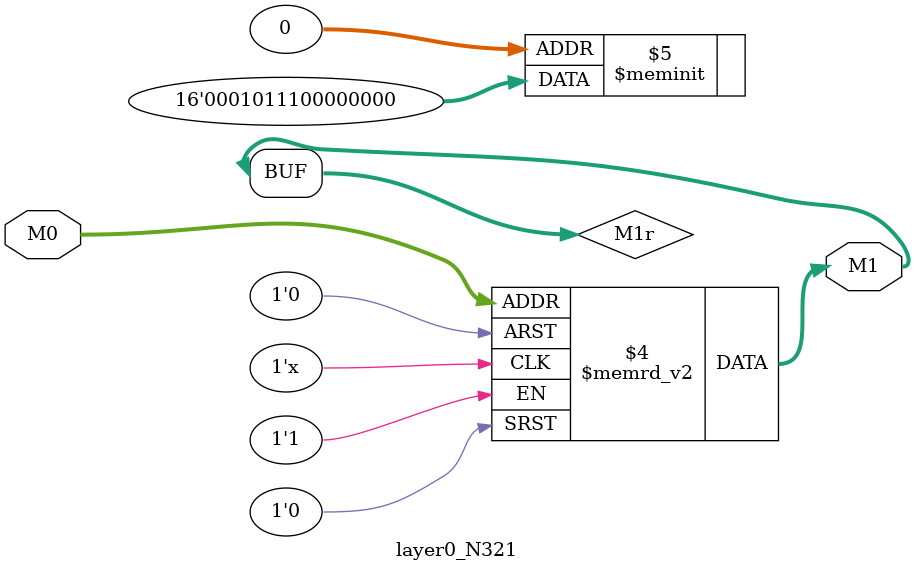
<source format=v>
module layer0_N321 ( input [2:0] M0, output [1:0] M1 );

	(*rom_style = "distributed" *) reg [1:0] M1r;
	assign M1 = M1r;
	always @ (M0) begin
		case (M0)
			3'b000: M1r = 2'b00;
			3'b100: M1r = 2'b11;
			3'b010: M1r = 2'b00;
			3'b110: M1r = 2'b01;
			3'b001: M1r = 2'b00;
			3'b101: M1r = 2'b01;
			3'b011: M1r = 2'b00;
			3'b111: M1r = 2'b00;

		endcase
	end
endmodule

</source>
